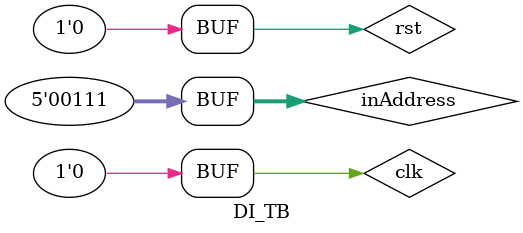
<source format=v>
module DI(
  input clk,
  input rst, ld,
  input [4:0]inAddress,
  output reg[4:0] outAddress
);
  always @(posedge clk, posedge rst)begin
    if (rst)
      outAddress <= 5'b0;
    else 
      if(ld)
        outAddress <= inAddress;
      else
        outAddress <= outAddress;
  end
endmodule

module DI_TB();
  reg clk, rst, ld;
  reg [4:0]inAddress;
  wire [4:0]outAddress;
  
  DI di(clk, rst, inAddress, outAddress);
  initial begin
	  clk=0;
    repeat (40)
    #200 clk=~clk;
	end
  
  initial begin
    rst = 1; 
    #400;
    rst = 0; 
    inAddress = 5'b00011;
    #400;
    inAddress = 5'b00111;
    #400;
  end
endmodule
</source>
